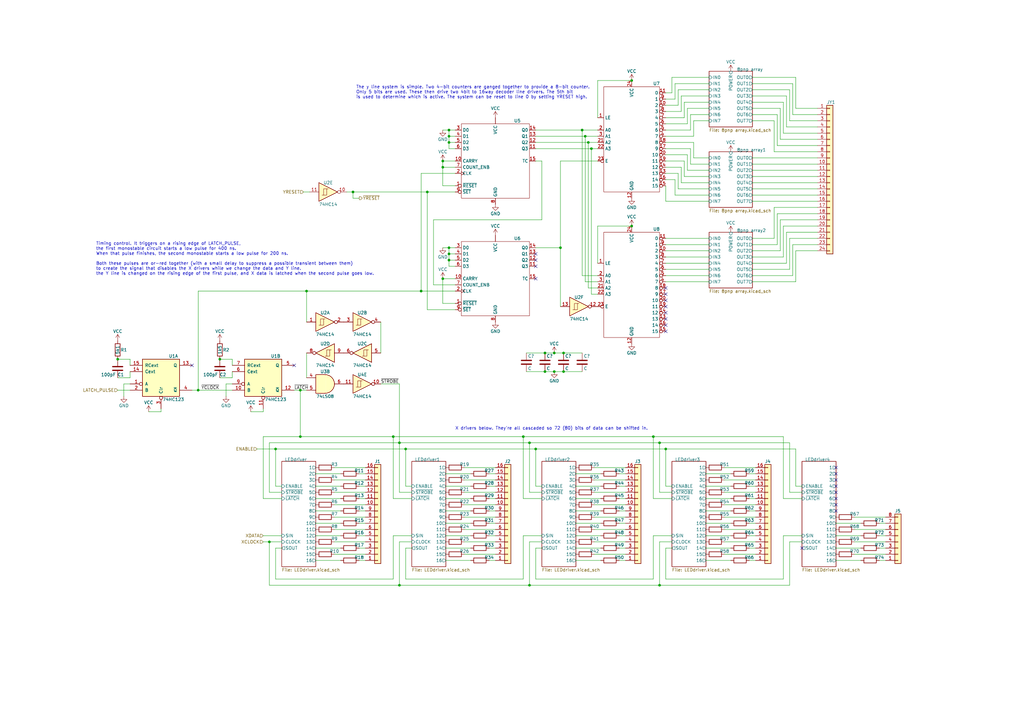
<source format=kicad_sch>
(kicad_sch (version 20211123) (generator eeschema)
  (paper "A3")
  (lib_symbols
    (symbol "74xx:74HC123" (pin_names (offset 1.016))
      (property "Reference" "U" (at -7.62 8.89 0))
      (property "Value" "74HC123" (at -7.62 -8.89 0))
      (symbol "74HC123_1_0"
        (pin input inverted (at -12.7 -2.54 0) (length 5.08) (name "A") (number "1"))
        (pin output line (at 12.7 5.08 180) (length 5.08) (name "Q") (number "13"))
        (pin input line (at -12.7 2.54 0) (length 5.08) (name "Cext") (number "14"))
        (pin input line (at -12.7 5.08 0) (length 5.08) (name "RCext") (number "15"))
        (pin input line (at -12.7 -5.08 0) (length 5.08) (name "B") (number "2"))
        (pin input inverted (at 0 -12.7 90) (length 5.08) (name "Clr") (number "3"))
        (pin output line (at 12.7 -5.08 180) (length 5.08) (name "~{Q}") (number "4"))
      )
      (symbol "74HC123_2_0"
        (pin input line (at -12.7 -5.08 0) (length 5.08) (name "B") (number "10"))
        (pin input inverted (at 0 -12.7 90) (length 5.08) (name "Clr") (number "11"))
        (pin output line (at 12.7 -5.08 180) (length 5.08) (name "~{Q}") (number "12"))
        (pin output line (at 12.7 5.08 180) (length 5.08) (name "Q") (number "5"))
        (pin input line (at -12.7 2.54 0) (length 5.08) (name "Cext") (number "6"))
        (pin input line (at -12.7 5.08 0) (length 5.08) (name "RCext") (number "7"))
        (pin input inverted (at -12.7 -2.54 0) (length 5.08) (name "A") (number "9"))
      )
      (symbol "74HC123_3_0"
        (pin power_in line (at 0 12.7 270) (length 5.08) (name "VCC") (number "16"))
        (pin power_in line (at 0 -12.7 90) (length 5.08) (name "GND") (number "8"))
      )
    )
    (symbol "74xx:74HC14" (pin_names (offset 1.016))
      (property "Reference" "U" (at 0 1.27 0))
      (property "Value" "74HC14" (at 0 -1.27 0))
      (symbol "74HC14_1_0"
        (pin input line (at -7.62 0 0) (length 3.81) (name "~") (number "1"))
        (pin output inverted (at 7.62 0 180) (length 3.81) (name "~") (number "2"))
      )
      (symbol "74HC14_2_0"
        (pin input line (at -7.62 0 0) (length 3.81) (name "~") (number "3"))
        (pin output inverted (at 7.62 0 180) (length 3.81) (name "~") (number "4"))
      )
      (symbol "74HC14_3_0"
        (pin input line (at -7.62 0 0) (length 3.81) (name "~") (number "5"))
        (pin output inverted (at 7.62 0 180) (length 3.81) (name "~") (number "6"))
      )
      (symbol "74HC14_4_0"
        (pin output inverted (at 7.62 0 180) (length 3.81) (name "~") (number "8"))
        (pin input line (at -7.62 0 0) (length 3.81) (name "~") (number "9"))
      )
      (symbol "74HC14_5_0"
        (pin output inverted (at 7.62 0 180) (length 3.81) (name "~") (number "10"))
        (pin input line (at -7.62 0 0) (length 3.81) (name "~") (number "11"))
      )
      (symbol "74HC14_6_0"
        (pin output inverted (at 7.62 0 180) (length 3.81) (name "~") (number "12"))
        (pin input line (at -7.62 0 0) (length 3.81) (name "~") (number "13"))
      )
      (symbol "74HC14_7_0"
        (pin power_in line (at 0 12.7 270) (length 5.08) (name "VCC") (number "14"))
        (pin power_in line (at 0 -12.7 90) (length 5.08) (name "GND") (number "7"))
      )
    )
    (symbol "74xx:74LS08" (pin_names (offset 1.016))
      (property "Reference" "U" (at 0 1.27 0))
      (property "Value" "74LS08" (at 0 -1.27 0))
      (symbol "74LS08_1_1"
        (pin input line (at -7.62 2.54 0) (length 3.81) (name "~") (number "1"))
        (pin input line (at -7.62 -2.54 0) (length 3.81) (name "~") (number "2"))
        (pin output line (at 7.62 0 180) (length 3.81) (name "~") (number "3"))
      )
      (symbol "74LS08_1_2"
        (pin input inverted (at -7.62 2.54 0) (length 4.318) (name "~") (number "1"))
        (pin input inverted (at -7.62 -2.54 0) (length 4.318) (name "~") (number "2"))
        (pin output inverted (at 7.62 0 180) (length 3.81) (name "~") (number "3"))
      )
      (symbol "74LS08_2_1"
        (pin input line (at -7.62 2.54 0) (length 3.81) (name "~") (number "4"))
        (pin input line (at -7.62 -2.54 0) (length 3.81) (name "~") (number "5"))
        (pin output line (at 7.62 0 180) (length 3.81) (name "~") (number "6"))
      )
      (symbol "74LS08_2_2"
        (pin input inverted (at -7.62 2.54 0) (length 4.318) (name "~") (number "4"))
        (pin input inverted (at -7.62 -2.54 0) (length 4.318) (name "~") (number "5"))
        (pin output inverted (at 7.62 0 180) (length 3.81) (name "~") (number "6"))
      )
      (symbol "74LS08_3_1"
        (pin input line (at -7.62 -2.54 0) (length 3.81) (name "~") (number "10"))
        (pin output line (at 7.62 0 180) (length 3.81) (name "~") (number "8"))
        (pin input line (at -7.62 2.54 0) (length 3.81) (name "~") (number "9"))
      )
      (symbol "74LS08_3_2"
        (pin input inverted (at -7.62 -2.54 0) (length 4.318) (name "~") (number "10"))
        (pin output inverted (at 7.62 0 180) (length 3.81) (name "~") (number "8"))
        (pin input inverted (at -7.62 2.54 0) (length 4.318) (name "~") (number "9"))
      )
      (symbol "74LS08_4_1"
        (pin output line (at 7.62 0 180) (length 3.81) (name "~") (number "11"))
        (pin input line (at -7.62 2.54 0) (length 3.81) (name "~") (number "12"))
        (pin input line (at -7.62 -2.54 0) (length 3.81) (name "~") (number "13"))
      )
      (symbol "74LS08_4_2"
        (pin output inverted (at 7.62 0 180) (length 3.81) (name "~") (number "11"))
        (pin input inverted (at -7.62 2.54 0) (length 4.318) (name "~") (number "12"))
        (pin input inverted (at -7.62 -2.54 0) (length 4.318) (name "~") (number "13"))
      )
      (symbol "74LS08_5_0"
        (pin power_in line (at 0 12.7 270) (length 5.08) (name "VCC") (number "14"))
        (pin power_in line (at 0 -12.7 90) (length 5.08) (name "GND") (number "7"))
      )
    )
    (symbol "Connector_Generic:Conn_01x08" (pin_names (offset 1.016) hide)
      (property "Reference" "J" (at 0 10.16 0))
      (property "Value" "Conn_01x08" (at 0 -12.7 0))
      (symbol "Conn_01x08_1_1"
        (pin passive line (at -5.08 7.62 0) (length 3.81) (name "Pin_1") (number "1"))
        (pin passive line (at -5.08 5.08 0) (length 3.81) (name "Pin_2") (number "2"))
        (pin passive line (at -5.08 2.54 0) (length 3.81) (name "Pin_3") (number "3"))
        (pin passive line (at -5.08 0 0) (length 3.81) (name "Pin_4") (number "4"))
        (pin passive line (at -5.08 -2.54 0) (length 3.81) (name "Pin_5") (number "5"))
        (pin passive line (at -5.08 -5.08 0) (length 3.81) (name "Pin_6") (number "6"))
        (pin passive line (at -5.08 -7.62 0) (length 3.81) (name "Pin_7") (number "7"))
        (pin passive line (at -5.08 -10.16 0) (length 3.81) (name "Pin_8") (number "8"))
      )
    )
    (symbol "Connector_Generic:Conn_01x16" (pin_names (offset 1.016) hide)
      (property "Reference" "J" (at 0 20.32 0))
      (property "Value" "Conn_01x16" (at 0 -22.86 0))
      (symbol "Conn_01x16_1_1"
        (pin passive line (at -5.08 17.78 0) (length 3.81) (name "Pin_1") (number "1"))
        (pin passive line (at -5.08 -5.08 0) (length 3.81) (name "Pin_10") (number "10"))
        (pin passive line (at -5.08 -7.62 0) (length 3.81) (name "Pin_11") (number "11"))
        (pin passive line (at -5.08 -10.16 0) (length 3.81) (name "Pin_12") (number "12"))
        (pin passive line (at -5.08 -12.7 0) (length 3.81) (name "Pin_13") (number "13"))
        (pin passive line (at -5.08 -15.24 0) (length 3.81) (name "Pin_14") (number "14"))
        (pin passive line (at -5.08 -17.78 0) (length 3.81) (name "Pin_15") (number "15"))
        (pin passive line (at -5.08 -20.32 0) (length 3.81) (name "Pin_16") (number "16"))
        (pin passive line (at -5.08 15.24 0) (length 3.81) (name "Pin_2") (number "2"))
        (pin passive line (at -5.08 12.7 0) (length 3.81) (name "Pin_3") (number "3"))
        (pin passive line (at -5.08 10.16 0) (length 3.81) (name "Pin_4") (number "4"))
        (pin passive line (at -5.08 7.62 0) (length 3.81) (name "Pin_5") (number "5"))
        (pin passive line (at -5.08 5.08 0) (length 3.81) (name "Pin_6") (number "6"))
        (pin passive line (at -5.08 2.54 0) (length 3.81) (name "Pin_7") (number "7"))
        (pin passive line (at -5.08 0 0) (length 3.81) (name "Pin_8") (number "8"))
        (pin passive line (at -5.08 -2.54 0) (length 3.81) (name "Pin_9") (number "9"))
      )
    )
    (symbol "Connector_Generic:Conn_01x24" (pin_names (offset 1.016) hide)
      (property "Reference" "J" (at 0 30.48 0))
      (property "Value" "Conn_01x24" (at 0 -33.02 0))
      (symbol "Conn_01x24_1_1"
        (pin passive line (at -5.08 27.94 0) (length 3.81) (name "Pin_1") (number "1"))
        (pin passive line (at -5.08 5.08 0) (length 3.81) (name "Pin_10") (number "10"))
        (pin passive line (at -5.08 2.54 0) (length 3.81) (name "Pin_11") (number "11"))
        (pin passive line (at -5.08 0 0) (length 3.81) (name "Pin_12") (number "12"))
        (pin passive line (at -5.08 -2.54 0) (length 3.81) (name "Pin_13") (number "13"))
        (pin passive line (at -5.08 -5.08 0) (length 3.81) (name "Pin_14") (number "14"))
        (pin passive line (at -5.08 -7.62 0) (length 3.81) (name "Pin_15") (number "15"))
        (pin passive line (at -5.08 -10.16 0) (length 3.81) (name "Pin_16") (number "16"))
        (pin passive line (at -5.08 -12.7 0) (length 3.81) (name "Pin_17") (number "17"))
        (pin passive line (at -5.08 -15.24 0) (length 3.81) (name "Pin_18") (number "18"))
        (pin passive line (at -5.08 -17.78 0) (length 3.81) (name "Pin_19") (number "19"))
        (pin passive line (at -5.08 25.4 0) (length 3.81) (name "Pin_2") (number "2"))
        (pin passive line (at -5.08 -20.32 0) (length 3.81) (name "Pin_20") (number "20"))
        (pin passive line (at -5.08 -22.86 0) (length 3.81) (name "Pin_21") (number "21"))
        (pin passive line (at -5.08 -25.4 0) (length 3.81) (name "Pin_22") (number "22"))
        (pin passive line (at -5.08 -27.94 0) (length 3.81) (name "Pin_23") (number "23"))
        (pin passive line (at -5.08 -30.48 0) (length 3.81) (name "Pin_24") (number "24"))
        (pin passive line (at -5.08 22.86 0) (length 3.81) (name "Pin_3") (number "3"))
        (pin passive line (at -5.08 20.32 0) (length 3.81) (name "Pin_4") (number "4"))
        (pin passive line (at -5.08 17.78 0) (length 3.81) (name "Pin_5") (number "5"))
        (pin passive line (at -5.08 15.24 0) (length 3.81) (name "Pin_6") (number "6"))
        (pin passive line (at -5.08 12.7 0) (length 3.81) (name "Pin_7") (number "7"))
        (pin passive line (at -5.08 10.16 0) (length 3.81) (name "Pin_8") (number "8"))
        (pin passive line (at -5.08 7.62 0) (length 3.81) (name "Pin_9") (number "9"))
      )
    )
    (symbol "Device:C" (pin_numbers hide) (pin_names (offset 0.254))
      (property "Reference" "C" (at 0.635 2.54 0))
      (property "Value" "C" (at 0.635 -2.54 0))
      (symbol "C_1_1"
        (pin passive line (at 0 3.81 270) (length 2.794) (name "~") (number "1"))
        (pin passive line (at 0 -3.81 90) (length 2.794) (name "~") (number "2"))
      )
    )
    (symbol "Device:R" (pin_numbers hide) (pin_names (offset 0))
      (property "Reference" "R" (at 2.032 0 90))
      (property "Value" "R" (at 0 0 90))
      (symbol "R_1_1"
        (pin passive line (at 0 3.81 270) (length 1.27) (name "~") (number "1"))
        (pin passive line (at 0 -3.81 90) (length 1.27) (name "~") (number "2"))
      )
    )
    (symbol "ledmatrix:74HC163"
      (property "Reference" "U" (at 8.89 16.51 0))
      (property "Value" "74HC163" (at 5.08 -16.51 0))
      (symbol "74HC163_1_1"
        (pin power_in line (at 0 17.78 270) (length 2.54) (name "VCC") (number ""))
        (pin input inverted (at -16.51 -10.16 0) (length 2.54) (name "~{RESET}") (number "1"))
        (pin input line (at -16.51 0 0) (length 2.54) (name "CARRY") (number "10"))
        (pin output line (at 16.51 5.08 180) (length 2.54) (name "Q3") (number "11"))
        (pin output line (at 16.51 7.62 180) (length 2.54) (name "Q2") (number "12"))
        (pin output line (at 16.51 10.16 180) (length 2.54) (name "Q1") (number "13"))
        (pin output line (at 16.51 12.7 180) (length 2.54) (name "Q0") (number "14"))
        (pin output line (at 16.51 0 180) (length 2.54) (name "TC") (number "15"))
        (pin input clock (at -16.51 -5.08 0) (length 2.54) (name "CLK") (number "2"))
        (pin input line (at -16.51 12.7 0) (length 2.54) (name "D0") (number "3"))
        (pin input line (at -16.51 10.16 0) (length 2.54) (name "D1") (number "4"))
        (pin input line (at -16.51 7.62 0) (length 2.54) (name "D2") (number "5"))
        (pin input line (at -16.51 5.08 0) (length 2.54) (name "D3") (number "6"))
        (pin input line (at -16.51 -2.54 0) (length 2.54) (name "COUNT_ENB") (number "7"))
        (pin power_in line (at 0 -17.78 90) (length 2.54) (name "GND") (number "8"))
        (pin input inverted (at -16.51 -12.7 0) (length 2.54) (name "~{SET}") (number "9"))
      )
    )
    (symbol "ledmatrix:74HC4515"
      (property "Reference" "U" (at 8.89 22.86 0))
      (property "Value" "74HC4515" (at 6.35 -22.86 0))
      (symbol "74HC4515_1_1"
        (pin input line (at -13.97 8.89 0) (length 2.54) (name "LE") (number "1"))
        (pin output inverted (at 13.97 13.97 180) (length 2.54) (name "2") (number "10"))
        (pin output inverted (at 13.97 19.05 180) (length 2.54) (name "0") (number "11"))
        (pin power_in line (at 0 -24.13 90) (length 2.54) (name "GND") (number "12"))
        (pin output inverted (at 13.97 -13.97 180) (length 2.54) (name "13") (number "13"))
        (pin output inverted (at 13.97 -11.43 180) (length 2.54) (name "12") (number "14"))
        (pin output inverted (at 13.97 -19.05 180) (length 2.54) (name "15") (number "15"))
        (pin output inverted (at 13.97 -16.51 180) (length 2.54) (name "14") (number "16"))
        (pin output inverted (at 13.97 -3.81 180) (length 2.54) (name "9") (number "17"))
        (pin output inverted (at 13.97 -1.27 180) (length 2.54) (name "8") (number "18"))
        (pin output inverted (at 13.97 -8.89 180) (length 2.54) (name "11") (number "19"))
        (pin input line (at -13.97 3.81 0) (length 2.54) (name "A0") (number "2"))
        (pin output inverted (at 13.97 -6.35 180) (length 2.54) (name "10") (number "20"))
        (pin input line (at -13.97 -1.27 0) (length 2.54) (name "A2") (number "21"))
        (pin input line (at -13.97 -3.81 0) (length 2.54) (name "A3") (number "22"))
        (pin input inverted (at -13.97 -8.89 0) (length 2.54) (name "E") (number "23"))
        (pin power_in line (at 0 24.13 270) (length 2.54) (name "VCC") (number "24"))
        (pin input line (at -13.97 1.27 0) (length 2.54) (name "A1") (number "3"))
        (pin output inverted (at 13.97 1.27 180) (length 2.54) (name "7") (number "4"))
        (pin output inverted (at 13.97 3.81 180) (length 2.54) (name "6") (number "5"))
        (pin output inverted (at 13.97 6.35 180) (length 2.54) (name "5") (number "6"))
        (pin output inverted (at 13.97 8.89 180) (length 2.54) (name "4") (number "7"))
        (pin output inverted (at 13.97 11.43 180) (length 2.54) (name "3") (number "8"))
        (pin output inverted (at 13.97 16.51 180) (length 2.54) (name "1") (number "9"))
      )
    )
    (symbol "power:GND" (power) (pin_names (offset 0))
      (property "Value" "GND" (at 0 -3.81 0))
      (symbol "GND_1_1"
        (pin power_in line (at 0 0 270) (length 0) hide (name "GND") (number "1"))
      )
    )
    (symbol "power:VCC" (power) (pin_names (offset 0))
      (property "Value" "VCC" (at 0 3.81 0))
      (symbol "VCC_1_1"
        (pin power_in line (at 0 0 90) (length 0) hide (name "VCC") (number "1"))
      )
    )
  )
  (junction (at 270.51 181.61))
  (junction (at 48.26 147.32))
  (junction (at 166.37 184.15))
  (junction (at 110.49 222.25))
  (junction (at 184.15 104.14))
  (junction (at 181.61 66.04))
  (junction (at 270.51 240.03))
  (junction (at 161.29 179.07))
  (junction (at 217.17 240.03))
  (junction (at 184.15 58.42))
  (junction (at 144.78 78.74))
  (junction (at 163.83 240.03))
  (junction (at 175.26 78.74))
  (junction (at 229.87 101.6))
  (junction (at 172.72 119.38))
  (junction (at 125.73 119.38))
  (junction (at 181.61 114.3))
  (junction (at 90.17 147.32))
  (junction (at 231.14 152.4))
  (junction (at 223.52 152.4))
  (junction (at 223.52 144.78))
  (junction (at 113.03 184.15))
  (junction (at 181.61 68.58))
  (junction (at 273.05 184.15))
  (junction (at 184.15 53.34))
  (junction (at 227.33 152.4))
  (junction (at 219.71 184.15))
  (junction (at 184.15 101.6))
  (junction (at 123.19 179.07))
  (junction (at 184.15 106.68))
  (junction (at 259.08 33.02))
  (junction (at 81.28 160.02))
  (junction (at 163.83 181.61))
  (junction (at 241.3 58.42))
  (junction (at 267.97 179.07))
  (junction (at 184.15 55.88))
  (junction (at 214.63 179.07))
  (junction (at 240.03 55.88))
  (junction (at 123.19 160.02))
  (junction (at 242.57 60.96))
  (junction (at 227.33 144.78))
  (junction (at 217.17 181.61))
  (junction (at 231.14 144.78))
  (junction (at 259.08 92.71))
  (junction (at 238.76 53.34))
  (no_connect (at 328.93 224.79))
  (no_connect (at 78.74 149.86))
  (no_connect (at 273.05 125.73))
  (no_connect (at 273.05 123.19))
  (no_connect (at 273.05 120.65))
  (no_connect (at 273.05 118.11))
  (no_connect (at 273.05 135.89))
  (no_connect (at 273.05 133.35))
  (no_connect (at 273.05 130.81))
  (no_connect (at 273.05 128.27))
  (no_connect (at 342.9 209.55))
  (no_connect (at 342.9 201.93))
  (no_connect (at 342.9 204.47))
  (no_connect (at 342.9 207.01))
  (no_connect (at 342.9 191.77))
  (no_connect (at 342.9 199.39))
  (no_connect (at 342.9 196.85))
  (no_connect (at 342.9 194.31))
  (no_connect (at 219.71 106.68))
  (no_connect (at 219.71 114.3))
  (no_connect (at 219.71 109.22))
  (no_connect (at 219.71 104.14))
  (no_connect (at 120.65 149.86))
  (wire (pts (xy 278.13 77.47) (xy 290.83 77.47)))
  (wire (pts (xy 242.57 60.96) (xy 242.57 120.65)))
  (wire (pts (xy 283.21 46.99) (xy 283.21 53.34)))
  (wire (pts (xy 297.18 212.09) (xy 309.88 212.09)))
  (wire (pts (xy 166.37 184.15) (xy 166.37 199.39)))
  (wire (pts (xy 236.22 209.55) (xy 246.38 209.55)))
  (wire (pts (xy 177.8 90.17) (xy 177.8 116.84)))
  (wire (pts (xy 360.68 224.79) (xy 363.22 224.79)))
  (wire (pts (xy 279.4 39.37) (xy 290.83 39.37)))
  (wire (pts (xy 243.84 201.93) (xy 256.54 201.93)))
  (wire (pts (xy 238.76 53.34) (xy 245.11 53.34)))
  (wire (pts (xy 308.61 113.03) (xy 325.12 113.03)))
  (wire (pts (xy 240.03 55.88) (xy 240.03 115.57)))
  (wire (pts (xy 129.54 204.47) (xy 139.7 204.47)))
  (wire (pts (xy 182.88 209.55) (xy 193.04 209.55)))
  (wire (pts (xy 321.31 105.41) (xy 308.61 105.41)))
  (wire (pts (xy 95.25 147.32) (xy 95.25 149.86)))
  (wire (pts (xy 335.28 102.87) (xy 326.39 102.87)))
  (wire (pts (xy 219.71 184.15) (xy 219.71 199.39)))
  (wire (pts (xy 322.58 39.37) (xy 322.58 52.07)))
  (wire (pts (xy 273.05 97.79) (xy 290.83 97.79)))
  (wire (pts (xy 223.52 144.78) (xy 215.9 144.78)))
  (wire (pts (xy 307.34 219.71) (xy 309.88 219.71)))
  (wire (pts (xy 278.13 71.12) (xy 278.13 77.47)))
  (wire (pts (xy 283.21 67.31) (xy 283.21 60.96)))
  (wire (pts (xy 184.15 106.68) (xy 186.69 106.68)))
  (wire (pts (xy 219.71 53.34) (xy 238.76 53.34)))
  (wire (pts (xy 200.66 204.47) (xy 203.2 204.47)))
  (wire (pts (xy 110.49 181.61) (xy 110.49 201.93)))
  (wire (pts (xy 200.66 219.71) (xy 203.2 219.71)))
  (wire (pts (xy 129.54 209.55) (xy 139.7 209.55)))
  (wire (pts (xy 308.61 64.77) (xy 335.28 64.77)))
  (wire (pts (xy 273.05 50.8) (xy 281.94 50.8)))
  (wire (pts (xy 182.88 224.79) (xy 193.04 224.79)))
  (wire (pts (xy 125.73 144.78) (xy 125.73 154.94)))
  (wire (pts (xy 350.52 227.33) (xy 363.22 227.33)))
  (wire (pts (xy 308.61 67.31) (xy 335.28 67.31)))
  (wire (pts (xy 107.95 204.47) (xy 107.95 179.07)))
  (wire (pts (xy 276.86 73.66) (xy 276.86 80.01)))
  (wire (pts (xy 190.5 191.77) (xy 203.2 191.77)))
  (wire (pts (xy 163.83 157.48) (xy 163.83 181.61)))
  (wire (pts (xy 350.52 212.09) (xy 363.22 212.09)))
  (wire (pts (xy 163.83 201.93) (xy 163.83 181.61)))
  (wire (pts (xy 308.61 31.75) (xy 326.39 31.75)))
  (wire (pts (xy 181.61 66.04) (xy 186.69 66.04)))
  (wire (pts (xy 181.61 66.04) (xy 181.61 68.58)))
  (wire (pts (xy 321.31 54.61) (xy 335.28 54.61)))
  (wire (pts (xy 254 214.63) (xy 256.54 214.63)))
  (wire (pts (xy 163.83 240.03) (xy 163.83 222.25)))
  (wire (pts (xy 190.5 207.01) (xy 203.2 207.01)))
  (wire (pts (xy 342.9 214.63) (xy 353.06 214.63)))
  (wire (pts (xy 48.26 147.32) (xy 53.34 147.32)))
  (wire (pts (xy 186.69 109.22) (xy 184.15 109.22)))
  (wire (pts (xy 323.85 49.53) (xy 335.28 49.53)))
  (wire (pts (xy 161.29 179.07) (xy 214.63 179.07)))
  (wire (pts (xy 273.05 224.79) (xy 273.05 237.49)))
  (wire (pts (xy 147.32 224.79) (xy 149.86 224.79)))
  (wire (pts (xy 81.28 119.38) (xy 81.28 160.02)))
  (wire (pts (xy 229.87 125.73) (xy 229.87 101.6)))
  (wire (pts (xy 115.57 199.39) (xy 113.03 199.39)))
  (wire (pts (xy 129.54 224.79) (xy 139.7 224.79)))
  (wire (pts (xy 60.96 168.91) (xy 66.04 168.91)))
  (wire (pts (xy 115.57 204.47) (xy 107.95 204.47)))
  (wire (pts (xy 186.69 53.34) (xy 184.15 53.34)))
  (wire (pts (xy 273.05 76.2) (xy 273.05 82.55)))
  (wire (pts (xy 182.88 219.71) (xy 193.04 219.71)))
  (wire (pts (xy 190.5 217.17) (xy 203.2 217.17)))
  (wire (pts (xy 161.29 237.49) (xy 161.29 219.71)))
  (wire (pts (xy 236.22 204.47) (xy 246.38 204.47)))
  (wire (pts (xy 323.85 97.79) (xy 323.85 110.49)))
  (wire (pts (xy 137.16 196.85) (xy 149.86 196.85)))
  (wire (pts (xy 322.58 95.25) (xy 335.28 95.25)))
  (wire (pts (xy 284.48 64.77) (xy 290.83 64.77)))
  (wire (pts (xy 113.03 199.39) (xy 113.03 184.15)))
  (wire (pts (xy 308.61 49.53) (xy 317.5 49.53)))
  (wire (pts (xy 322.58 52.07) (xy 335.28 52.07)))
  (wire (pts (xy 222.25 66.04) (xy 222.25 90.17)))
  (wire (pts (xy 360.68 214.63) (xy 363.22 214.63)))
  (wire (pts (xy 307.34 229.87) (xy 309.88 229.87)))
  (wire (pts (xy 181.61 101.6) (xy 184.15 101.6)))
  (wire (pts (xy 172.72 119.38) (xy 186.69 119.38)))
  (wire (pts (xy 325.12 46.99) (xy 335.28 46.99)))
  (wire (pts (xy 107.95 219.71) (xy 115.57 219.71)))
  (wire (pts (xy 267.97 179.07) (xy 321.31 179.07)))
  (wire (pts (xy 273.05 199.39) (xy 275.59 199.39)))
  (wire (pts (xy 190.5 222.25) (xy 203.2 222.25)))
  (wire (pts (xy 243.84 227.33) (xy 256.54 227.33)))
  (wire (pts (xy 289.56 199.39) (xy 299.72 199.39)))
  (wire (pts (xy 227.33 152.4) (xy 223.52 152.4)))
  (wire (pts (xy 325.12 100.33) (xy 335.28 100.33)))
  (wire (pts (xy 279.4 68.58) (xy 279.4 74.93)))
  (wire (pts (xy 172.72 71.12) (xy 186.69 71.12)))
  (wire (pts (xy 308.61 41.91) (xy 321.31 41.91)))
  (wire (pts (xy 308.61 34.29) (xy 325.12 34.29)))
  (wire (pts (xy 360.68 229.87) (xy 363.22 229.87)))
  (wire (pts (xy 144.78 78.74) (xy 175.26 78.74)))
  (wire (pts (xy 90.17 147.32) (xy 95.25 147.32)))
  (wire (pts (xy 281.94 63.5) (xy 281.94 69.85)))
  (wire (pts (xy 270.51 201.93) (xy 270.51 181.61)))
  (wire (pts (xy 129.54 229.87) (xy 139.7 229.87)))
  (wire (pts (xy 321.31 237.49) (xy 321.31 219.71)))
  (wire (pts (xy 229.87 101.6) (xy 229.87 66.04)))
  (wire (pts (xy 238.76 53.34) (xy 238.76 113.03)))
  (wire (pts (xy 110.49 201.93) (xy 115.57 201.93)))
  (wire (pts (xy 297.18 227.33) (xy 309.88 227.33)))
  (wire (pts (xy 245.11 92.71) (xy 245.11 107.95)))
  (wire (pts (xy 289.56 209.55) (xy 299.72 209.55)))
  (wire (pts (xy 229.87 66.04) (xy 245.11 66.04)))
  (wire (pts (xy 123.19 160.02) (xy 123.19 179.07)))
  (wire (pts (xy 115.57 222.25) (xy 110.49 222.25)))
  (wire (pts (xy 318.77 87.63) (xy 318.77 100.33)))
  (wire (pts (xy 325.12 34.29) (xy 325.12 46.99)))
  (wire (pts (xy 223.52 152.4) (xy 215.9 152.4)))
  (wire (pts (xy 219.71 224.79) (xy 219.71 237.49)))
  (wire (pts (xy 227.33 144.78) (xy 223.52 144.78)))
  (wire (pts (xy 181.61 68.58) (xy 181.61 76.2)))
  (wire (pts (xy 144.78 81.28) (xy 147.32 81.28)))
  (wire (pts (xy 307.34 194.31) (xy 309.88 194.31)))
  (wire (pts (xy 137.16 191.77) (xy 149.86 191.77)))
  (wire (pts (xy 219.71 55.88) (xy 240.03 55.88)))
  (wire (pts (xy 166.37 184.15) (xy 219.71 184.15)))
  (wire (pts (xy 243.84 222.25) (xy 256.54 222.25)))
  (wire (pts (xy 147.32 229.87) (xy 149.86 229.87)))
  (wire (pts (xy 137.16 201.93) (xy 149.86 201.93)))
  (wire (pts (xy 280.67 41.91) (xy 280.67 48.26)))
  (wire (pts (xy 273.05 113.03) (xy 290.83 113.03)))
  (wire (pts (xy 283.21 53.34) (xy 273.05 53.34)))
  (wire (pts (xy 270.51 240.03) (xy 270.51 222.25)))
  (wire (pts (xy 267.97 204.47) (xy 275.59 204.47)))
  (wire (pts (xy 156.21 132.08) (xy 156.21 144.78)))
  (wire (pts (xy 273.05 102.87) (xy 290.83 102.87)))
  (wire (pts (xy 323.85 222.25) (xy 323.85 240.03)))
  (wire (pts (xy 107.95 222.25) (xy 110.49 222.25)))
  (wire (pts (xy 217.17 222.25) (xy 222.25 222.25)))
  (wire (pts (xy 222.25 90.17) (xy 177.8 90.17)))
  (wire (pts (xy 326.39 184.15) (xy 326.39 199.39)))
  (wire (pts (xy 254 229.87) (xy 256.54 229.87)))
  (wire (pts (xy 245.11 60.96) (xy 242.57 60.96)))
  (wire (pts (xy 279.4 45.72) (xy 279.4 39.37)))
  (wire (pts (xy 243.84 207.01) (xy 256.54 207.01)))
  (wire (pts (xy 320.04 90.17) (xy 335.28 90.17)))
  (wire (pts (xy 273.05 107.95) (xy 290.83 107.95)))
  (wire (pts (xy 308.61 36.83) (xy 323.85 36.83)))
  (wire (pts (xy 200.66 209.55) (xy 203.2 209.55)))
  (wire (pts (xy 289.56 224.79) (xy 299.72 224.79)))
  (wire (pts (xy 273.05 68.58) (xy 279.4 68.58)))
  (wire (pts (xy 241.3 58.42) (xy 241.3 118.11)))
  (wire (pts (xy 184.15 60.96) (xy 186.69 60.96)))
  (wire (pts (xy 113.03 224.79) (xy 113.03 237.49)))
  (wire (pts (xy 240.03 115.57) (xy 245.11 115.57)))
  (wire (pts (xy 243.84 212.09) (xy 256.54 212.09)))
  (wire (pts (xy 231.14 152.4) (xy 238.76 152.4)))
  (wire (pts (xy 113.03 184.15) (xy 166.37 184.15)))
  (wire (pts (xy 182.88 229.87) (xy 193.04 229.87)))
  (wire (pts (xy 254 209.55) (xy 256.54 209.55)))
  (wire (pts (xy 90.17 154.94) (xy 95.25 154.94)))
  (wire (pts (xy 125.73 119.38) (xy 81.28 119.38)))
  (wire (pts (xy 175.26 127) (xy 186.69 127)))
  (wire (pts (xy 219.71 184.15) (xy 273.05 184.15)))
  (wire (pts (xy 175.26 78.74) (xy 175.26 127)))
  (wire (pts (xy 259.08 92.71) (xy 245.11 92.71)))
  (wire (pts (xy 163.83 240.03) (xy 217.17 240.03)))
  (wire (pts (xy 279.4 74.93) (xy 290.83 74.93)))
  (wire (pts (xy 236.22 224.79) (xy 246.38 224.79)))
  (wire (pts (xy 297.18 201.93) (xy 309.88 201.93)))
  (wire (pts (xy 200.66 229.87) (xy 203.2 229.87)))
  (wire (pts (xy 275.59 38.1) (xy 275.59 31.75)))
  (wire (pts (xy 308.61 80.01) (xy 335.28 80.01)))
  (wire (pts (xy 175.26 78.74) (xy 186.69 78.74)))
  (wire (pts (xy 190.5 201.93) (xy 203.2 201.93)))
  (wire (pts (xy 245.11 55.88) (xy 240.03 55.88)))
  (wire (pts (xy 137.16 212.09) (xy 149.86 212.09)))
  (wire (pts (xy 276.86 80.01) (xy 290.83 80.01)))
  (wire (pts (xy 284.48 49.53) (xy 290.83 49.53)))
  (wire (pts (xy 81.28 160.02) (xy 95.25 160.02)))
  (wire (pts (xy 245.11 113.03) (xy 238.76 113.03)))
  (wire (pts (xy 273.05 184.15) (xy 273.05 199.39)))
  (wire (pts (xy 125.73 119.38) (xy 125.73 132.08)))
  (wire (pts (xy 281.94 44.45) (xy 290.83 44.45)))
  (wire (pts (xy 273.05 115.57) (xy 290.83 115.57)))
  (wire (pts (xy 231.14 152.4) (xy 227.33 152.4)))
  (wire (pts (xy 308.61 77.47) (xy 335.28 77.47)))
  (wire (pts (xy 323.85 240.03) (xy 270.51 240.03)))
  (wire (pts (xy 92.71 157.48) (xy 95.25 157.48)))
  (wire (pts (xy 214.63 219.71) (xy 222.25 219.71)))
  (wire (pts (xy 236.22 214.63) (xy 246.38 214.63)))
  (wire (pts (xy 273.05 237.49) (xy 321.31 237.49)))
  (wire (pts (xy 254 194.31) (xy 256.54 194.31)))
  (wire (pts (xy 147.32 219.71) (xy 149.86 219.71)))
  (wire (pts (xy 280.67 66.04) (xy 273.05 66.04)))
  (wire (pts (xy 323.85 201.93) (xy 323.85 181.61)))
  (wire (pts (xy 78.74 160.02) (xy 81.28 160.02)))
  (wire (pts (xy 290.83 46.99) (xy 283.21 46.99)))
  (wire (pts (xy 137.16 222.25) (xy 149.86 222.25)))
  (wire (pts (xy 281.94 50.8) (xy 281.94 44.45)))
  (wire (pts (xy 283.21 60.96) (xy 273.05 60.96)))
  (wire (pts (xy 48.26 154.94) (xy 53.34 154.94)))
  (wire (pts (xy 270.51 222.25) (xy 275.59 222.25)))
  (wire (pts (xy 214.63 204.47) (xy 222.25 204.47)))
  (wire (pts (xy 318.77 46.99) (xy 318.77 59.69)))
  (wire (pts (xy 214.63 237.49) (xy 214.63 219.71)))
  (wire (pts (xy 280.67 72.39) (xy 280.67 66.04)))
  (wire (pts (xy 317.5 85.09) (xy 335.28 85.09)))
  (wire (pts (xy 107.95 179.07) (xy 123.19 179.07)))
  (wire (pts (xy 317.5 97.79) (xy 317.5 85.09)))
  (wire (pts (xy 219.71 101.6) (xy 229.87 101.6)))
  (wire (pts (xy 219.71 237.49) (xy 267.97 237.49)))
  (wire (pts (xy 297.18 222.25) (xy 309.88 222.25)))
  (wire (pts (xy 182.88 204.47) (xy 193.04 204.47)))
  (wire (pts (xy 219.71 66.04) (xy 222.25 66.04)))
  (wire (pts (xy 321.31 179.07) (xy 321.31 204.47)))
  (wire (pts (xy 236.22 219.71) (xy 246.38 219.71)))
  (wire (pts (xy 163.83 181.61) (xy 217.17 181.61)))
  (wire (pts (xy 267.97 219.71) (xy 275.59 219.71)))
  (wire (pts (xy 273.05 110.49) (xy 290.83 110.49)))
  (wire (pts (xy 102.87 168.91) (xy 107.95 168.91)))
  (wire (pts (xy 181.61 53.34) (xy 184.15 53.34)))
  (wire (pts (xy 166.37 224.79) (xy 166.37 237.49)))
  (wire (pts (xy 200.66 224.79) (xy 203.2 224.79)))
  (wire (pts (xy 270.51 240.03) (xy 217.17 240.03)))
  (wire (pts (xy 177.8 116.84) (xy 186.69 116.84)))
  (wire (pts (xy 273.05 38.1) (xy 275.59 38.1)))
  (wire (pts (xy 267.97 237.49) (xy 267.97 219.71)))
  (wire (pts (xy 273.05 82.55) (xy 290.83 82.55)))
  (wire (pts (xy 242.57 120.65) (xy 245.11 120.65)))
  (wire (pts (xy 181.61 76.2) (xy 186.69 76.2)))
  (wire (pts (xy 273.05 45.72) (xy 279.4 45.72)))
  (wire (pts (xy 308.61 97.79) (xy 317.5 97.79)))
  (wire (pts (xy 289.56 194.31) (xy 299.72 194.31)))
  (wire (pts (xy 308.61 39.37) (xy 322.58 39.37)))
  (wire (pts (xy 219.71 60.96) (xy 242.57 60.96)))
  (wire (pts (xy 172.72 119.38) (xy 125.73 119.38)))
  (wire (pts (xy 190.5 212.09) (xy 203.2 212.09)))
  (wire (pts (xy 181.61 124.46) (xy 186.69 124.46)))
  (wire (pts (xy 273.05 63.5) (xy 281.94 63.5)))
  (wire (pts (xy 184.15 104.14) (xy 184.15 106.68)))
  (wire (pts (xy 289.56 204.47) (xy 299.72 204.47)))
  (wire (pts (xy 308.61 102.87) (xy 320.04 102.87)))
  (wire (pts (xy 270.51 181.61) (xy 323.85 181.61)))
  (wire (pts (xy 214.63 179.07) (xy 267.97 179.07)))
  (wire (pts (xy 147.32 199.39) (xy 149.86 199.39)))
  (wire (pts (xy 273.05 100.33) (xy 290.83 100.33)))
  (wire (pts (xy 326.39 199.39) (xy 328.93 199.39)))
  (wire (pts (xy 184.15 106.68) (xy 184.15 109.22)))
  (wire (pts (xy 243.84 217.17) (xy 256.54 217.17)))
  (wire (pts (xy 275.59 224.79) (xy 273.05 224.79)))
  (wire (pts (xy 290.83 36.83) (xy 278.13 36.83)))
  (wire (pts (xy 308.61 82.55) (xy 335.28 82.55)))
  (wire (pts (xy 181.61 114.3) (xy 181.61 124.46)))
  (wire (pts (xy 335.28 87.63) (xy 318.77 87.63)))
  (wire (pts (xy 318.77 100.33) (xy 308.61 100.33)))
  (wire (pts (xy 307.34 204.47) (xy 309.88 204.47)))
  (wire (pts (xy 168.91 201.93) (xy 163.83 201.93)))
  (wire (pts (xy 322.58 107.95) (xy 322.58 95.25)))
  (wire (pts (xy 245.11 118.11) (xy 241.3 118.11)))
  (wire (pts (xy 321.31 92.71) (xy 321.31 105.41)))
  (wire (pts (xy 129.54 199.39) (xy 139.7 199.39)))
  (wire (pts (xy 280.67 48.26) (xy 273.05 48.26)))
  (wire (pts (xy 241.3 58.42) (xy 245.11 58.42)))
  (wire (pts (xy 297.18 207.01) (xy 309.88 207.01)))
  (wire (pts (xy 267.97 179.07) (xy 267.97 204.47)))
  (wire (pts (xy 168.91 224.79) (xy 166.37 224.79)))
  (wire (pts (xy 161.29 204.47) (xy 168.91 204.47)))
  (wire (pts (xy 190.5 196.85) (xy 203.2 196.85)))
  (wire (pts (xy 181.61 114.3) (xy 186.69 114.3)))
  (wire (pts (xy 184.15 55.88) (xy 184.15 58.42)))
  (wire (pts (xy 110.49 222.25) (xy 110.49 240.03)))
  (wire (pts (xy 200.66 214.63) (xy 203.2 214.63)))
  (wire (pts (xy 326.39 44.45) (xy 335.28 44.45)))
  (wire (pts (xy 184.15 53.34) (xy 184.15 55.88)))
  (wire (pts (xy 317.5 49.53) (xy 317.5 62.23)))
  (wire (pts (xy 166.37 199.39) (xy 168.91 199.39)))
  (wire (pts (xy 245.11 33.02) (xy 245.11 48.26)))
  (wire (pts (xy 308.61 74.93) (xy 335.28 74.93)))
  (wire (pts (xy 53.34 147.32) (xy 53.34 149.86)))
  (wire (pts (xy 321.31 219.71) (xy 328.93 219.71)))
  (wire (pts (xy 342.9 229.87) (xy 353.06 229.87)))
  (wire (pts (xy 219.71 58.42) (xy 241.3 58.42)))
  (wire (pts (xy 107.95 168.91) (xy 107.95 167.64)))
  (wire (pts (xy 214.63 179.07) (xy 214.63 204.47)))
  (wire (pts (xy 222.25 224.79) (xy 219.71 224.79)))
  (wire (pts (xy 308.61 69.85) (xy 335.28 69.85)))
  (wire (pts (xy 200.66 194.31) (xy 203.2 194.31)))
  (wire (pts (xy 297.18 191.77) (xy 309.88 191.77)))
  (wire (pts (xy 231.14 144.78) (xy 238.76 144.78)))
  (wire (pts (xy 217.17 181.61) (xy 270.51 181.61)))
  (wire (pts (xy 66.04 168.91) (xy 66.04 167.64)))
  (wire (pts (xy 276.86 40.64) (xy 276.86 34.29)))
  (wire (pts (xy 161.29 179.07) (xy 161.29 204.47)))
  (wire (pts (xy 307.34 224.79) (xy 309.88 224.79)))
  (wire (pts (xy 231.14 144.78) (xy 227.33 144.78)))
  (wire (pts (xy 278.13 36.83) (xy 278.13 43.18)))
  (wire (pts (xy 335.28 92.71) (xy 321.31 92.71)))
  (wire (pts (xy 172.72 71.12) (xy 172.72 119.38)))
  (wire (pts (xy 273.05 40.64) (xy 276.86 40.64)))
  (wire (pts (xy 350.52 222.25) (xy 363.22 222.25)))
  (wire (pts (xy 190.5 227.33) (xy 203.2 227.33)))
  (wire (pts (xy 284.48 55.88) (xy 284.48 49.53)))
  (wire (pts (xy 335.28 97.79) (xy 323.85 97.79)))
  (wire (pts (xy 320.04 44.45) (xy 320.04 57.15)))
  (wire (pts (xy 182.88 214.63) (xy 193.04 214.63)))
  (wire (pts (xy 307.34 209.55) (xy 309.88 209.55)))
  (wire (pts (xy 326.39 31.75) (xy 326.39 44.45)))
  (wire (pts (xy 328.93 222.25) (xy 323.85 222.25)))
  (wire (pts (xy 120.65 160.02) (xy 123.19 160.02)))
  (wire (pts (xy 297.18 217.17) (xy 309.88 217.17)))
  (wire (pts (xy 129.54 194.31) (xy 139.7 194.31)))
  (wire (pts (xy 181.61 68.58) (xy 186.69 68.58)))
  (wire (pts (xy 243.84 191.77) (xy 256.54 191.77)))
  (wire (pts (xy 254 219.71) (xy 256.54 219.71)))
  (wire (pts (xy 284.48 58.42) (xy 284.48 64.77)))
  (wire (pts (xy 320.04 102.87) (xy 320.04 90.17)))
  (wire (pts (xy 307.34 214.63) (xy 309.88 214.63)))
  (wire (pts (xy 273.05 184.15) (xy 326.39 184.15)))
  (wire (pts (xy 273.05 105.41) (xy 290.83 105.41)))
  (wire (pts (xy 278.13 43.18) (xy 273.05 43.18)))
  (wire (pts (xy 115.57 224.79) (xy 113.03 224.79)))
  (wire (pts (xy 53.34 160.02) (xy 48.26 160.02)))
  (wire (pts (xy 184.15 58.42) (xy 184.15 60.96)))
  (wire (pts (xy 273.05 73.66) (xy 276.86 73.66)))
  (wire (pts (xy 350.52 217.17) (xy 363.22 217.17)))
  (wire (pts (xy 53.34 154.94) (xy 53.34 152.4)))
  (wire (pts (xy 200.66 199.39) (xy 203.2 199.39)))
  (wire (pts (xy 323.85 110.49) (xy 308.61 110.49)))
  (wire (pts (xy 308.61 46.99) (xy 318.77 46.99)))
  (wire (pts (xy 236.22 194.31) (xy 246.38 194.31)))
  (wire (pts (xy 275.59 201.93) (xy 270.51 201.93)))
  (wire (pts (xy 147.32 204.47) (xy 149.86 204.47)))
  (wire (pts (xy 217.17 201.93) (xy 222.25 201.93)))
  (wire (pts (xy 110.49 240.03) (xy 163.83 240.03)))
  (wire (pts (xy 360.68 219.71) (xy 363.22 219.71)))
  (wire (pts (xy 123.19 179.07) (xy 161.29 179.07)))
  (wire (pts (xy 276.86 34.29) (xy 290.83 34.29)))
  (wire (pts (xy 326.39 102.87) (xy 326.39 115.57)))
  (wire (pts (xy 289.56 229.87) (xy 299.72 229.87)))
  (wire (pts (xy 236.22 229.87) (xy 246.38 229.87)))
  (wire (pts (xy 156.21 157.48) (xy 163.83 157.48)))
  (wire (pts (xy 161.29 219.71) (xy 168.91 219.71)))
  (wire (pts (xy 321.31 41.91) (xy 321.31 54.61)))
  (wire (pts (xy 186.69 101.6) (xy 184.15 101.6)))
  (wire (pts (xy 123.19 160.02) (xy 125.73 160.02)))
  (wire (pts (xy 318.77 59.69) (xy 335.28 59.69)))
  (wire (pts (xy 137.16 207.01) (xy 149.86 207.01)))
  (wire (pts (xy 147.32 214.63) (xy 149.86 214.63)))
  (wire (pts (xy 113.03 237.49) (xy 161.29 237.49)))
  (wire (pts (xy 236.22 199.39) (xy 246.38 199.39)))
  (wire (pts (xy 182.88 199.39) (xy 193.04 199.39)))
  (wire (pts (xy 290.83 67.31) (xy 283.21 67.31)))
  (wire (pts (xy 124.46 78.74) (xy 127 78.74)))
  (wire (pts (xy 217.17 240.03) (xy 217.17 222.25)))
  (wire (pts (xy 166.37 237.49) (xy 214.63 237.49)))
  (wire (pts (xy 289.56 219.71) (xy 299.72 219.71)))
  (wire (pts (xy 290.83 41.91) (xy 280.67 41.91)))
  (wire (pts (xy 147.32 194.31) (xy 149.86 194.31)))
  (wire (pts (xy 273.05 58.42) (xy 284.48 58.42)))
  (wire (pts (xy 308.61 107.95) (xy 322.58 107.95)))
  (wire (pts (xy 147.32 209.55) (xy 149.86 209.55)))
  (wire (pts (xy 328.93 201.93) (xy 323.85 201.93)))
  (wire (pts (xy 137.16 227.33) (xy 149.86 227.33)))
  (wire (pts (xy 50.8 162.56) (xy 50.8 157.48)))
  (wire (pts (xy 50.8 157.48) (xy 53.34 157.48)))
  (wire (pts (xy 219.71 199.39) (xy 222.25 199.39)))
  (wire (pts (xy 92.71 157.48) (xy 92.71 162.56)))
  (wire (pts (xy 163.83 222.25) (xy 168.91 222.25)))
  (wire (pts (xy 289.56 214.63) (xy 299.72 214.63)))
  (wire (pts (xy 297.18 196.85) (xy 309.88 196.85)))
  (wire (pts (xy 254 224.79) (xy 256.54 224.79)))
  (wire (pts (xy 281.94 69.85) (xy 290.83 69.85)))
  (wire (pts (xy 105.41 184.15) (xy 113.03 184.15)))
  (wire (pts (xy 320.04 57.15) (xy 335.28 57.15)))
  (wire (pts (xy 184.15 58.42) (xy 186.69 58.42)))
  (wire (pts (xy 317.5 62.23) (xy 335.28 62.23)))
  (wire (pts (xy 308.61 44.45) (xy 320.04 44.45)))
  (wire (pts (xy 325.12 113.03) (xy 325.12 100.33)))
  (wire (pts (xy 184.15 55.88) (xy 186.69 55.88)))
  (wire (pts (xy 321.31 204.47) (xy 328.93 204.47)))
  (wire (pts (xy 308.61 72.39) (xy 335.28 72.39)))
  (wire (pts (xy 326.39 115.57) (xy 308.61 115.57)))
  (wire (pts (xy 275.59 31.75) (xy 290.83 31.75)))
  (wire (pts (xy 217.17 181.61) (xy 217.17 201.93)))
  (wire (pts (xy 290.83 72.39) (xy 280.67 72.39)))
  (wire (pts (xy 342.9 219.71) (xy 353.06 219.71)))
  (wire (pts (xy 259.08 33.02) (xy 245.11 33.02)))
  (wire (pts (xy 273.05 71.12) (xy 278.13 71.12)))
  (wire (pts (xy 163.83 181.61) (xy 110.49 181.61)))
  (wire (pts (xy 273.05 55.88) (xy 284.48 55.88)))
  (wire (pts (xy 142.24 78.74) (xy 144.78 78.74)))
  (wire (pts (xy 95.25 154.94) (xy 95.25 152.4)))
  (wire (pts (xy 254 204.47) (xy 256.54 204.47)))
  (wire (pts (xy 137.16 217.17) (xy 149.86 217.17)))
  (wire (pts (xy 129.54 219.71) (xy 139.7 219.71)))
  (wire (pts (xy 243.84 196.85) (xy 256.54 196.85)))
  (wire (pts (xy 254 199.39) (xy 256.54 199.39)))
  (wire (pts (xy 342.9 224.79) (xy 353.06 224.79)))
  (wire (pts (xy 129.54 214.63) (xy 139.7 214.63)))
  (wire (pts (xy 184.15 104.14) (xy 186.69 104.14)))
  (wire (pts (xy 307.34 199.39) (xy 309.88 199.39)))
  (wire (pts (xy 323.85 36.83) (xy 323.85 49.53)))
  (wire (pts (xy 182.88 194.31) (xy 193.04 194.31)))
  (wire (pts (xy 184.15 101.6) (xy 184.15 104.14)))
  (wire (pts (xy 144.78 78.74) (xy 144.78 81.28)))
  (text "X drivers below. They're all cascaded so 72 (80) bits of data can be shifted in." (at 186.69 176.53 0) (effects (font (size 1.27 1.27)) (justify left bottom)))
  (text "Timing control. It triggers on a rising edge of LATCH_PULSE,\nthe first monostable circuit starts a low pulse for 400 ns.\nWhen that pulse finishes, the second monostable starts a low pulse for 200 ns.\n\nBoth these pulses are or-red together (with a small delay to suppress a possible transient between them)\nto create the signal that disables the X drivers while we change the data and Y line.\nthe Y line is changed on the rising edge of the first pulse, and X data is latched when the second pulse goes low." (at 39.37 113.03 0) (effects (font (size 1.27 1.27)) (justify left bottom)))
  (text "The y line system is simple. Two 4-bit counters are ganged together to provide a 8-bit counter.\nOnly 5 bits are used. These then drive two 4bit to 16way decoder line drivers. The 5th bit\nis used to determine which is active. The system can be reset to line 0 by setting YRESET high." (at 146.05 40.64 0) (effects (font (size 1.27 1.27)) (justify left bottom)))
  (label "~{LATCH}" (at 120.65 160.02 0))
  (label "~{STROBE}" (at 156.21 157.48 0))
  (label "~{YCLOCK}" (at 82.55 160.02 0))
  (hierarchical_label "LATCH_PULSE" (shape input) (at 48.26 160.02 180))
  (hierarchical_label "ENABLE" (shape input) (at 105.41 184.15 180))
  (hierarchical_label "XCLOCK" (shape input) (at 107.95 222.25 180))
  (hierarchical_label "~{YRESET}" (shape output) (at 147.32 81.28 0))
  (hierarchical_label "YRESET" (shape input) (at 124.46 78.74 180))
  (hierarchical_label "XDATA" (shape input) (at 107.95 219.71 180))
  (symbol (lib_id "Device:R") (at 196.85 219.71 90) (unit 1)
    (property "Reference" "R32" (at 200.66 218.44 90))
  )
  (symbol (lib_id "Device:R") (at 303.53 224.79 90) (unit 1)
    (property "Reference" "R65" (at 307.34 223.52 90))
  )
  (symbol (lib_id "power:VCC") (at 48.26 139.7 0) (unit 1)
    (property "Reference" "#PWR0103" (effects hide))
    (property "Value" "VCC" (at 48.26 135.89 0))
  )
  (symbol (lib_id "Device:R") (at 293.37 201.93 90) (unit 1)
    (property "Reference" "R53" (at 297.18 200.66 90))
  )
  (symbol (lib_id "ledmatrix:74HC163") (at 203.2 114.3 0) (unit 1)
    (property "Reference" "U6" (at 210.82 97.79 0) (effects (justify left)))
  )
  (symbol (lib_id "ledmatrix:74HC4515") (at 259.08 116.84 0) (unit 1)
    (property "Reference" "U8" (at 269.24 93.98 0))
  )
  (symbol (lib_id "Device:R") (at 293.37 222.25 90) (unit 1)
    (property "Reference" "R57" (at 297.18 220.98 90))
  )
  (symbol (lib_id "power:GND") (at 203.2 132.08 0) (unit 1)
    (property "Reference" "#PWR0117" (effects hide))
  )
  (symbol (lib_id "ledmatrix:74HC4515") (at 259.08 57.15 0) (unit 1)
    (property "Reference" "U7" (at 269.24 34.29 0))
  )
  (symbol (lib_id "Device:C") (at 215.9 148.59 0) (unit 1)
    (property "Reference" "C?" (at 216.535 146.05 0) (effects (justify left)))
    (property "Value" "C" (at 216.535 151.13 0) (effects (justify left)))
  )
  (symbol (lib_id "Device:R") (at 196.85 194.31 90) (unit 1)
    (property "Reference" "R27" (at 200.66 193.04 90))
  )
  (symbol (lib_id "power:VCC") (at 90.17 139.7 0) (unit 1)
    (property "Reference" "#PWR0106" (effects hide))
    (property "Value" "VCC" (at 90.17 135.89 0))
  )
  (symbol (lib_id "Connector_Generic:Conn_01x08") (at 368.3 222.25 0) (mirror x) (unit 1)
    (property "Reference" "J5" (at 367.03 209.55 0) (effects (justify left)))
  )
  (symbol (lib_id "Connector_Generic:Conn_01x24") (at 340.36 72.39 0) (unit 1)
    (property "Reference" "JY1" (at 339.09 41.91 0) (effects (justify left)))
  )
  (symbol (lib_id "74xx:74HC14") (at 237.49 125.73 0) (unit 6)
    (property "Reference" "U2" (at 237.49 121.92 0))
    (property "Value" "74HC14" (at 237.49 130.81 0))
    (property "Datasheet" "http://www.ti.com/lit/gpn/sn74HC14" (effects hide))
  )
  (symbol (lib_id "power:GND") (at 181.61 101.6 0) (unit 1)
    (property "Reference" "#PWR0119" (effects hide))
  )
  (symbol (lib_id "Device:R") (at 90.17 143.51 180) (unit 1)
    (property "Reference" "R2" (at 92.71 143.51 0))
    (property "Value" "1k5" (at 90.17 143.51 90))
  )
  (symbol (lib_id "power:VCC") (at 299.72 29.21 0) (unit 1)
    (property "Reference" "#PWR0115" (effects hide))
  )
  (symbol (lib_id "Device:R") (at 303.53 219.71 90) (unit 1)
    (property "Reference" "R64" (at 307.34 218.44 90))
  )
  (symbol (lib_id "74xx:74HC14") (at 134.62 78.74 0) (unit 5)
    (property "Reference" "U2" (at 134.62 74.93 0))
    (property "Value" "74HC14" (at 134.62 83.82 0))
    (property "Datasheet" "http://www.ti.com/lit/gpn/sn74HC14" (effects hide))
  )
  (symbol (lib_id "Device:R") (at 143.51 219.71 90) (unit 1)
    (property "Reference" "R16" (at 147.32 218.44 90))
  )
  (symbol (lib_id "Device:R") (at 293.37 191.77 90) (unit 1)
    (property "Reference" "R51" (at 297.18 190.5 90))
  )
  (symbol (lib_id "Device:R") (at 293.37 207.01 90) (unit 1)
    (property "Reference" "R54" (at 297.18 205.74 90))
  )
  (symbol (lib_id "power:VCC") (at 60.96 168.91 0) (unit 1)
    (property "Reference" "#PWR0102" (effects hide))
    (property "Value" "VCC" (at 60.96 165.1 0))
  )
  (symbol (lib_id "Device:C") (at 238.76 148.59 0) (unit 1)
    (property "Reference" "C?" (at 239.395 146.05 0) (effects (justify left)))
    (property "Value" "C" (at 239.395 151.13 0) (effects (justify left)))
  )
  (symbol (lib_id "power:VCC") (at 259.08 33.02 0) (unit 1)
    (property "Reference" "#PWR0121" (effects hide))
  )
  (symbol (lib_id "74xx:74HC14") (at 148.59 157.48 0) (unit 5)
    (property "Reference" "U4" (at 148.59 153.67 0))
    (property "Value" "74HC14" (at 148.59 162.56 0))
    (property "Datasheet" "http://www.ti.com/lit/gpn/sn74HC14" (effects hide))
  )
  (symbol (lib_id "power:VCC") (at 299.72 95.25 0) (unit 1)
    (property "Reference" "#PWR0109" (effects hide))
  )
  (symbol (lib_id "Device:R") (at 196.85 229.87 90) (unit 1)
    (property "Reference" "R34" (at 200.66 228.6 90))
  )
  (symbol (lib_id "Device:R") (at 133.35 222.25 90) (unit 1)
    (property "Reference" "R9" (at 137.16 220.98 90))
  )
  (symbol (lib_id "Device:R") (at 186.69 196.85 90) (unit 1)
    (property "Reference" "R20" (at 190.5 195.58 90))
  )
  (symbol (lib_id "Device:R") (at 133.35 196.85 90) (unit 1)
    (property "Reference" "R4" (at 137.16 195.58 90))
  )
  (symbol (lib_id "power:GND") (at 92.71 162.56 0) (unit 1)
    (property "Reference" "#PWR0105" (effects hide))
    (property "Value" "GND" (at 92.71 166.37 0))
  )
  (symbol (lib_id "Device:R") (at 346.71 217.17 90) (unit 1)
    (property "Reference" "R68" (at 350.52 215.9 90))
  )
  (symbol (lib_id "74xx:74HC14") (at 133.35 144.78 180) (unit 4)
    (property "Reference" "U2" (at 133.35 140.97 0))
    (property "Value" "74HC14" (at 133.35 149.86 0))
    (property "Datasheet" "http://www.ti.com/lit/gpn/sn74HC14" (effects hide))
  )
  (symbol (lib_id "Device:R") (at 240.03 196.85 90) (unit 1)
    (property "Reference" "R36" (at 243.84 195.58 90))
  )
  (symbol (lib_id "Device:C") (at 223.52 148.59 0) (unit 1)
    (property "Reference" "C?" (at 224.155 146.05 0) (effects (justify left)))
    (property "Value" "C" (at 224.155 151.13 0) (effects (justify left)))
  )
  (symbol (lib_id "Device:R") (at 196.85 224.79 90) (unit 1)
    (property "Reference" "R33" (at 200.66 223.52 90))
  )
  (symbol (lib_id "74xx:74HC123") (at 107.95 154.94 0) (unit 2)
    (property "Reference" "U1" (at 113.03 146.05 0))
    (property "Value" "74HC123" (at 113.03 163.83 0))
    (property "Datasheet" "https://assets.nexperia.com/documents/data-sheet/74HC_HCT123.pdf" (effects hide))
  )
  (symbol (lib_id "Device:R") (at 240.03 207.01 90) (unit 1)
    (property "Reference" "R38" (at 243.84 205.74 90))
  )
  (symbol (lib_id "Device:R") (at 196.85 199.39 90) (unit 1)
    (property "Reference" "R28" (at 200.66 198.12 90))
  )
  (symbol (lib_id "Device:R") (at 293.37 196.85 90) (unit 1)
    (property "Reference" "R52" (at 297.18 195.58 90))
  )
  (symbol (lib_id "power:VCC") (at 227.33 144.78 0) (unit 1)
    (property "Reference" "#PWR?" (effects hide))
    (property "Value" "VCC" (at 227.33 140.97 0))
  )
  (symbol (lib_id "Device:R") (at 133.35 227.33 90) (unit 1)
    (property "Reference" "R10" (at 137.16 226.06 90))
  )
  (symbol (lib_id "Device:R") (at 250.19 209.55 90) (unit 1)
    (property "Reference" "R46" (at 254 208.28 90))
  )
  (symbol (lib_id "74xx:74LS08") (at 133.35 157.48 0) (unit 2)
    (property "Reference" "U3" (at 133.35 152.4 0))
    (property "Value" "74LS08" (at 133.35 162.56 0))
    (property "Datasheet" "http://www.ti.com/lit/gpn/sn74LS08" (effects hide))
  )
  (symbol (lib_id "74xx:74HC123") (at 66.04 154.94 0) (unit 1)
    (property "Reference" "U1" (at 71.12 146.05 0))
    (property "Value" "74HC123" (at 71.12 163.83 0))
    (property "Datasheet" "https://assets.nexperia.com/documents/data-sheet/74HC_HCT123.pdf" (effects hide))
  )
  (symbol (lib_id "Connector_Generic:Conn_01x16") (at 314.96 212.09 0) (mirror x) (unit 1)
    (property "Reference" "J4" (at 313.69 189.23 0) (effects (justify left)))
  )
  (symbol (lib_id "Device:R") (at 303.53 229.87 90) (unit 1)
    (property "Reference" "R66" (at 307.34 228.6 90))
  )
  (symbol (lib_id "Device:R") (at 250.19 229.87 90) (unit 1)
    (property "Reference" "R50" (at 254 228.6 90))
  )
  (symbol (lib_id "Device:R") (at 240.03 212.09 90) (unit 1)
    (property "Reference" "R39" (at 243.84 210.82 90))
  )
  (symbol (lib_id "power:VCC") (at 259.08 92.71 0) (unit 1)
    (property "Reference" "#PWR0107" (effects hide))
  )
  (symbol (lib_id "Device:R") (at 356.87 229.87 90) (unit 1)
    (property "Reference" "R74" (at 360.68 228.6 90))
  )
  (symbol (lib_id "Device:R") (at 346.71 212.09 90) (unit 1)
    (property "Reference" "R67" (at 350.52 210.82 90))
  )
  (symbol (lib_id "Device:R") (at 240.03 191.77 90) (unit 1)
    (property "Reference" "R35" (at 243.84 190.5 90))
  )
  (symbol (lib_id "Device:R") (at 143.51 214.63 90) (unit 1)
    (property "Reference" "R15" (at 147.32 213.36 90))
  )
  (symbol (lib_id "Device:R") (at 186.69 222.25 90) (unit 1)
    (property "Reference" "R25" (at 190.5 220.98 90))
  )
  (symbol (lib_id "Device:R") (at 293.37 217.17 90) (unit 1)
    (property "Reference" "R56" (at 297.18 215.9 90))
  )
  (symbol (lib_id "Device:C") (at 90.17 151.13 0) (unit 1)
    (property "Reference" "C2" (at 91.44 153.67 0))
    (property "Value" "100pF" (at 86.36 153.67 0))
  )
  (symbol (lib_id "Device:R") (at 143.51 224.79 90) (unit 1)
    (property "Reference" "R17" (at 147.32 223.52 90))
  )
  (symbol (lib_id "Device:R") (at 143.51 229.87 90) (unit 1)
    (property "Reference" "R18" (at 147.32 228.6 90))
  )
  (symbol (lib_id "Device:R") (at 133.35 201.93 90) (unit 1)
    (property "Reference" "R5" (at 137.16 200.66 90))
  )
  (symbol (lib_id "power:GND") (at 227.33 152.4 0) (unit 1)
    (property "Reference" "#PWR?" (effects hide))
    (property "Value" "GND" (at 227.33 156.21 0))
  )
  (symbol (lib_id "power:GND") (at 203.2 83.82 0) (unit 1)
    (property "Reference" "#PWR0113" (effects hide))
  )
  (symbol (lib_id "Device:R") (at 250.19 214.63 90) (unit 1)
    (property "Reference" "R47" (at 254 213.36 90))
  )
  (symbol (lib_id "power:VCC") (at 203.2 96.52 0) (unit 1)
    (property "Reference" "#PWR0114" (effects hide))
  )
  (symbol (lib_id "Device:R") (at 240.03 227.33 90) (unit 1)
    (property "Reference" "R42" (at 243.84 226.06 90))
  )
  (symbol (lib_id "Device:R") (at 240.03 222.25 90) (unit 1)
    (property "Reference" "R41" (at 243.84 220.98 90))
  )
  (symbol (lib_id "Device:R") (at 133.35 207.01 90) (unit 1)
    (property "Reference" "R6" (at 137.16 205.74 90))
  )
  (symbol (lib_id "Device:R") (at 196.85 204.47 90) (unit 1)
    (property "Reference" "R29" (at 200.66 203.2 90))
  )
  (symbol (lib_id "power:VCC") (at 102.87 168.91 0) (unit 1)
    (property "Reference" "#PWR0104" (effects hide))
    (property "Value" "VCC" (at 102.87 165.1 0))
  )
  (symbol (lib_id "Device:R") (at 143.51 209.55 90) (unit 1)
    (property "Reference" "R14" (at 147.32 208.28 90))
  )
  (symbol (lib_id "Device:R") (at 240.03 201.93 90) (unit 1)
    (property "Reference" "R37" (at 243.84 200.66 90))
  )
  (symbol (lib_id "Device:R") (at 143.51 194.31 90) (unit 1)
    (property "Reference" "R11" (at 147.32 193.04 90))
  )
  (symbol (lib_id "Device:R") (at 143.51 199.39 90) (unit 1)
    (property "Reference" "R12" (at 147.32 198.12 90))
  )
  (symbol (lib_id "Device:R") (at 303.53 199.39 90) (unit 1)
    (property "Reference" "R60" (at 307.34 198.12 90))
  )
  (symbol (lib_id "Device:R") (at 250.19 199.39 90) (unit 1)
    (property "Reference" "R44" (at 254 198.12 90))
  )
  (symbol (lib_id "Connector_Generic:Conn_01x16") (at 261.62 212.09 0) (mirror x) (unit 1)
    (property "Reference" "J3" (at 260.35 189.23 0) (effects (justify left)))
  )
  (symbol (lib_id "Device:R") (at 196.85 209.55 90) (unit 1)
    (property "Reference" "R30" (at 200.66 208.28 90))
  )
  (symbol (lib_id "Connector_Generic:Conn_01x16") (at 154.94 212.09 0) (mirror x) (unit 1)
    (property "Reference" "J1" (at 153.67 189.23 0) (effects (justify left)))
  )
  (symbol (lib_id "Device:R") (at 293.37 227.33 90) (unit 1)
    (property "Reference" "R58" (at 297.18 226.06 90))
  )
  (symbol (lib_id "Device:R") (at 356.87 214.63 90) (unit 1)
    (property "Reference" "R71" (at 360.68 213.36 90))
  )
  (symbol (lib_id "Device:R") (at 303.53 209.55 90) (unit 1)
    (property "Reference" "R62" (at 307.34 208.28 90))
  )
  (symbol (lib_id "power:GND") (at 259.08 140.97 0) (unit 1)
    (property "Reference" "#PWR0108" (effects hide))
  )
  (symbol (lib_id "Device:R") (at 196.85 214.63 90) (unit 1)
    (property "Reference" "R31" (at 200.66 213.36 90))
  )
  (symbol (lib_id "Device:R") (at 303.53 194.31 90) (unit 1)
    (property "Reference" "R59" (at 307.34 193.04 90))
  )
  (symbol (lib_id "Device:R") (at 346.71 222.25 90) (unit 1)
    (property "Reference" "R69" (at 350.52 220.98 90))
  )
  (symbol (lib_id "Device:R") (at 186.69 191.77 90) (unit 1)
    (property "Reference" "R19" (at 190.5 190.5 90))
  )
  (symbol (lib_id "Device:R") (at 186.69 227.33 90) (unit 1)
    (property "Reference" "R26" (at 190.5 226.06 90))
  )
  (symbol (lib_id "Device:R") (at 346.71 227.33 90) (unit 1)
    (property "Reference" "R70" (at 350.52 226.06 90))
  )
  (symbol (lib_id "Connector_Generic:Conn_01x16") (at 208.28 212.09 0) (mirror x) (unit 1)
    (property "Reference" "J2" (at 207.01 189.23 0) (effects (justify left)))
  )
  (symbol (lib_id "Device:R") (at 303.53 204.47 90) (unit 1)
    (property "Reference" "R61" (at 307.34 203.2 90))
  )
  (symbol (lib_id "Device:R") (at 250.19 219.71 90) (unit 1)
    (property "Reference" "R48" (at 254 218.44 90))
  )
  (symbol (lib_id "Device:R") (at 133.35 212.09 90) (unit 1)
    (property "Reference" "R7" (at 137.16 210.82 90))
  )
  (symbol (lib_id "Device:R") (at 186.69 207.01 90) (unit 1)
    (property "Reference" "R22" (at 190.5 205.74 90))
  )
  (symbol (lib_id "Device:R") (at 250.19 204.47 90) (unit 1)
    (property "Reference" "R45" (at 254 203.2 90))
  )
  (symbol (lib_id "power:VCC") (at 299.72 62.23 0) (unit 1)
    (property "Reference" "#PWR0116" (effects hide))
  )
  (symbol (lib_id "Device:R") (at 186.69 217.17 90) (unit 1)
    (property "Reference" "R24" (at 190.5 215.9 90))
  )
  (symbol (lib_id "ledmatrix:74HC163") (at 203.2 66.04 0) (unit 1)
    (property "Reference" "U5" (at 210.82 49.53 0) (effects (justify left)))
  )
  (symbol (lib_id "Device:R") (at 186.69 201.93 90) (unit 1)
    (property "Reference" "R21" (at 190.5 200.66 90))
  )
  (symbol (lib_id "Device:C") (at 231.14 148.59 0) (unit 1)
    (property "Reference" "C?" (at 231.775 146.05 0) (effects (justify left)))
    (property "Value" "C" (at 231.775 151.13 0) (effects (justify left)))
  )
  (symbol (lib_id "power:VCC") (at 181.61 114.3 0) (unit 1)
    (property "Reference" "#PWR0118" (effects hide))
  )
  (symbol (lib_id "Device:R") (at 133.35 191.77 90) (unit 1)
    (property "Reference" "R3" (at 137.16 190.5 90))
  )
  (symbol (lib_id "power:GND") (at 181.61 53.34 0) (unit 1)
    (property "Reference" "#PWR0110" (effects hide))
  )
  (symbol (lib_id "Device:R") (at 356.87 224.79 90) (unit 1)
    (property "Reference" "R73" (at 360.68 223.52 90))
  )
  (symbol (lib_id "Device:R") (at 293.37 212.09 90) (unit 1)
    (property "Reference" "R55" (at 297.18 210.82 90))
  )
  (symbol (lib_id "74xx:74HC14") (at 148.59 132.08 0) (unit 2)
    (property "Reference" "U2" (at 148.59 128.27 0))
    (property "Value" "74HC14" (at 148.59 137.16 0))
    (property "Datasheet" "http://www.ti.com/lit/gpn/sn74HC14" (effects hide))
  )
  (symbol (lib_id "Device:R") (at 186.69 212.09 90) (unit 1)
    (property "Reference" "R23" (at 190.5 210.82 90))
  )
  (symbol (lib_id "power:VCC") (at 203.2 48.26 0) (unit 1)
    (property "Reference" "#PWR0111" (effects hide))
  )
  (symbol (lib_id "power:GND") (at 50.8 162.56 0) (unit 1)
    (property "Reference" "#PWR0101" (effects hide))
    (property "Value" "GND" (at 50.8 166.37 0))
  )
  (symbol (lib_id "Device:R") (at 303.53 214.63 90) (unit 1)
    (property "Reference" "R63" (at 307.34 213.36 90))
  )
  (symbol (lib_id "power:VCC") (at 181.61 66.04 0) (unit 1)
    (property "Reference" "#PWR0112" (effects hide))
  )
  (symbol (lib_id "Device:R") (at 356.87 219.71 90) (unit 1)
    (property "Reference" "R72" (at 360.68 218.44 90))
  )
  (symbol (lib_id "Device:R") (at 133.35 217.17 90) (unit 1)
    (property "Reference" "R8" (at 137.16 215.9 90))
  )
  (symbol (lib_id "74xx:74HC14") (at 148.59 144.78 180) (unit 3)
    (property "Reference" "U2" (at 148.59 140.97 0))
    (property "Value" "74HC14" (at 148.59 149.86 0))
    (property "Datasheet" "http://www.ti.com/lit/gpn/sn74HC14" (effects hide))
  )
  (symbol (lib_id "Device:C") (at 48.26 151.13 0) (unit 1)
    (property "Reference" "C1" (at 49.53 153.67 0))
    (property "Value" "100pF" (at 44.45 153.67 0))
  )
  (symbol (lib_id "Device:R") (at 250.19 224.79 90) (unit 1)
    (property "Reference" "R49" (at 254 223.52 90))
  )
  (symbol (lib_id "Device:R") (at 240.03 217.17 90) (unit 1)
    (property "Reference" "R40" (at 243.84 215.9 90))
  )
  (symbol (lib_id "74xx:74HC14") (at 133.35 132.08 0) (unit 1)
    (property "Reference" "U2" (at 133.35 128.27 0))
    (property "Value" "74HC14" (at 133.35 137.16 0))
    (property "Datasheet" "http://www.ti.com/lit/gpn/sn74HC14" (effects hide))
  )
  (symbol (lib_id "Device:R") (at 48.26 143.51 180) (unit 1)
    (property "Reference" "R1" (at 50.8 143.51 0))
    (property "Value" "5k1" (at 48.26 143.51 90))
  )
  (symbol (lib_id "power:GND") (at 259.08 81.28 0) (unit 1)
    (property "Reference" "#PWR0120" (effects hide))
  )
  (symbol (lib_id "Device:R") (at 143.51 204.47 90) (unit 1)
    (property "Reference" "R13" (at 147.32 203.2 90))
  )
  (symbol (lib_id "Device:R") (at 250.19 194.31 90) (unit 1)
    (property "Reference" "R43" (at 254 193.04 90))
  )
  (sheet (at 115.57 189.23) (size 13.97 43.18) (stroke (width 0.1524))
    (property "Sheet name" "LEDdriver" (at 116.84 189.23 0) (effects (justify left bottom)))
    (property "Sheet file" "LEDdriver.kicad_sch" (at 115.57 232.9946 0) (effects (justify left top)))
    (pin "ENABLE" input (at 115.57 199.39 180))
    (pin "CLOCK" input (at 115.57 222.25 180))
    (pin "SIN" input (at 115.57 219.71 180))
    (pin "~{LATCH}" input (at 115.57 204.47 180))
    (pin "~{STROBE}" input (at 115.57 201.93 180))
    (pin "10" output (at 129.54 214.63 0))
    (pin "8" output (at 129.54 209.55 0))
    (pin "9" output (at 129.54 212.09 0))
    (pin "11" output (at 129.54 217.17 0))
    (pin "7" output (at 129.54 207.01 0))
    (pin "4" output (at 129.54 199.39 0))
    (pin "6" output (at 129.54 204.47 0))
    (pin "3" output (at 129.54 196.85 0))
    (pin "2" output (at 129.54 194.31 0))
    (pin "1" output (at 129.54 191.77 0))
    (pin "5" output (at 129.54 201.93 0))
    (pin "12" output (at 129.54 219.71 0))
    (pin "14" output (at 129.54 224.79 0))
    (pin "13" output (at 129.54 222.25 0))
    (pin "15" output (at 129.54 227.33 0))
    (pin "16" output (at 129.54 229.87 0))
    (pin "SOUT" output (at 115.57 224.79 180))
  )
  (sheet (at 222.25 189.23) (size 13.97 43.18) (stroke (width 0.1524))
    (property "Sheet name" "LEDdriver2" (at 223.52 189.23 0) (effects (justify left bottom)))
    (property "Sheet file" "LEDdriver.kicad_sch" (at 222.25 232.9946 0) (effects (justify left top)))
    (pin "ENABLE" input (at 222.25 199.39 180))
    (pin "CLOCK" input (at 222.25 222.25 180))
    (pin "SIN" input (at 222.25 219.71 180))
    (pin "~{LATCH}" input (at 222.25 204.47 180))
    (pin "~{STROBE}" input (at 222.25 201.93 180))
    (pin "10" output (at 236.22 214.63 0))
    (pin "8" output (at 236.22 209.55 0))
    (pin "9" output (at 236.22 212.09 0))
    (pin "11" output (at 236.22 217.17 0))
    (pin "7" output (at 236.22 207.01 0))
    (pin "4" output (at 236.22 199.39 0))
    (pin "6" output (at 236.22 204.47 0))
    (pin "3" output (at 236.22 196.85 0))
    (pin "2" output (at 236.22 194.31 0))
    (pin "1" output (at 236.22 191.77 0))
    (pin "5" output (at 236.22 201.93 0))
    (pin "12" output (at 236.22 219.71 0))
    (pin "14" output (at 236.22 224.79 0))
    (pin "13" output (at 236.22 222.25 0))
    (pin "15" output (at 236.22 227.33 0))
    (pin "16" output (at 236.22 229.87 0))
    (pin "SOUT" output (at 222.25 224.79 180))
  )
  (sheet (at 290.83 95.25) (size 17.78 22.86) (stroke (width 0.1524))
    (property "Sheet name" "8pnp array2" (at 302.26 95.25 0) (effects (justify left bottom)))
    (property "Sheet file" "8pnp array.kicad_sch" (at 290.83 118.6946 0) (effects (justify left top)))
    (pin "IN6" input (at 290.83 113.03 180))
    (pin "IN7" input (at 290.83 115.57 180))
    (pin "OUT6" output (at 308.61 113.03 0))
    (pin "OUT7" output (at 308.61 115.57 0))
    (pin "IN4" input (at 290.83 107.95 180))
    (pin "IN5" input (at 290.83 110.49 180))
    (pin "OUT4" output (at 308.61 107.95 0))
    (pin "OUT5" output (at 308.61 110.49 0))
    (pin "IN2" input (at 290.83 102.87 180))
    (pin "IN3" input (at 290.83 105.41 180))
    (pin "OUT2" output (at 308.61 102.87 0))
    (pin "OUT3" output (at 308.61 105.41 0))
    (pin "IN0" input (at 290.83 97.79 180))
    (pin "OUT0" output (at 308.61 97.79 0))
    (pin "POWER" input (at 299.72 95.25 90))
    (pin "IN1" input (at 290.83 100.33 180))
    (pin "OUT1" output (at 308.61 100.33 0))
  )
  (sheet (at 168.91 189.23) (size 13.97 43.18) (stroke (width 0.1524))
    (property "Sheet name" "LEDdriver1" (at 170.18 189.23 0) (effects (justify left bottom)))
    (property "Sheet file" "LEDdriver.kicad_sch" (at 168.91 232.9946 0) (effects (justify left top)))
    (pin "ENABLE" input (at 168.91 199.39 180))
    (pin "CLOCK" input (at 168.91 222.25 180))
    (pin "SIN" input (at 168.91 219.71 180))
    (pin "~{LATCH}" input (at 168.91 204.47 180))
    (pin "~{STROBE}" input (at 168.91 201.93 180))
    (pin "10" output (at 182.88 214.63 0))
    (pin "8" output (at 182.88 209.55 0))
    (pin "9" output (at 182.88 212.09 0))
    (pin "11" output (at 182.88 217.17 0))
    (pin "7" output (at 182.88 207.01 0))
    (pin "4" output (at 182.88 199.39 0))
    (pin "6" output (at 182.88 204.47 0))
    (pin "3" output (at 182.88 196.85 0))
    (pin "2" output (at 182.88 194.31 0))
    (pin "1" output (at 182.88 191.77 0))
    (pin "5" output (at 182.88 201.93 0))
    (pin "12" output (at 182.88 219.71 0))
    (pin "14" output (at 182.88 224.79 0))
    (pin "13" output (at 182.88 222.25 0))
    (pin "15" output (at 182.88 227.33 0))
    (pin "16" output (at 182.88 229.87 0))
    (pin "SOUT" output (at 168.91 224.79 180))
  )
  (sheet (at 275.59 189.23) (size 13.97 43.18) (stroke (width 0.1524))
    (property "Sheet name" "LEDdriver3" (at 276.86 189.23 0) (effects (justify left bottom)))
    (property "Sheet file" "LEDdriver.kicad_sch" (at 275.59 232.9946 0) (effects (justify left top)))
    (pin "ENABLE" input (at 275.59 199.39 180))
    (pin "CLOCK" input (at 275.59 222.25 180))
    (pin "SIN" input (at 275.59 219.71 180))
    (pin "~{LATCH}" input (at 275.59 204.47 180))
    (pin "~{STROBE}" input (at 275.59 201.93 180))
    (pin "10" output (at 289.56 214.63 0))
    (pin "8" output (at 289.56 209.55 0))
    (pin "9" output (at 289.56 212.09 0))
    (pin "11" output (at 289.56 217.17 0))
    (pin "7" output (at 289.56 207.01 0))
    (pin "4" output (at 289.56 199.39 0))
    (pin "6" output (at 289.56 204.47 0))
    (pin "3" output (at 289.56 196.85 0))
    (pin "2" output (at 289.56 194.31 0))
    (pin "1" output (at 289.56 191.77 0))
    (pin "5" output (at 289.56 201.93 0))
    (pin "12" output (at 289.56 219.71 0))
    (pin "14" output (at 289.56 224.79 0))
    (pin "13" output (at 289.56 222.25 0))
    (pin "15" output (at 289.56 227.33 0))
    (pin "16" output (at 289.56 229.87 0))
    (pin "SOUT" output (at 275.59 224.79 180))
  )
  (sheet (at 290.83 29.21) (size 17.78 22.86) (stroke (width 0.1524))
    (property "Sheet name" "8pnp array" (at 302.26 29.21 0) (effects (justify left bottom)))
    (property "Sheet file" "8pnp array.kicad_sch" (at 290.83 52.6546 0) (effects (justify left top)))
    (pin "IN6" input (at 290.83 46.99 180))
    (pin "IN7" input (at 290.83 49.53 180))
    (pin "OUT6" output (at 308.61 46.99 0))
    (pin "OUT7" output (at 308.61 49.53 0))
    (pin "IN4" input (at 290.83 41.91 180))
    (pin "IN5" input (at 290.83 44.45 180))
    (pin "OUT4" output (at 308.61 41.91 0))
    (pin "OUT5" output (at 308.61 44.45 0))
    (pin "IN2" input (at 290.83 36.83 180))
    (pin "IN3" input (at 290.83 39.37 180))
    (pin "OUT2" output (at 308.61 36.83 0))
    (pin "OUT3" output (at 308.61 39.37 0))
    (pin "IN0" input (at 290.83 31.75 180))
    (pin "OUT0" output (at 308.61 31.75 0))
    (pin "POWER" input (at 299.72 29.21 90))
    (pin "IN1" input (at 290.83 34.29 180))
    (pin "OUT1" output (at 308.61 34.29 0))
  )
  (sheet (at 290.83 62.23) (size 17.78 22.86) (stroke (width 0.1524))
    (property "Sheet name" "8pnp array1" (at 302.26 62.23 0) (effects (justify left bottom)))
    (property "Sheet file" "8pnp array.kicad_sch" (at 290.83 85.6746 0) (effects (justify left top)))
    (pin "IN6" input (at 290.83 80.01 180))
    (pin "IN7" input (at 290.83 82.55 180))
    (pin "OUT6" output (at 308.61 80.01 0))
    (pin "OUT7" output (at 308.61 82.55 0))
    (pin "IN4" input (at 290.83 74.93 180))
    (pin "IN5" input (at 290.83 77.47 180))
    (pin "OUT4" output (at 308.61 74.93 0))
    (pin "OUT5" output (at 308.61 77.47 0))
    (pin "IN2" input (at 290.83 69.85 180))
    (pin "IN3" input (at 290.83 72.39 180))
    (pin "OUT2" output (at 308.61 69.85 0))
    (pin "OUT3" output (at 308.61 72.39 0))
    (pin "IN0" input (at 290.83 64.77 180))
    (pin "OUT0" output (at 308.61 64.77 0))
    (pin "POWER" input (at 299.72 62.23 90))
    (pin "IN1" input (at 290.83 67.31 180))
    (pin "OUT1" output (at 308.61 67.31 0))
  )
  (sheet (at 328.93 189.23) (size 13.97 43.18) (stroke (width 0.1524))
    (property "Sheet name" "LEDdriver4" (at 330.2 189.23 0) (effects (justify left bottom)))
    (property "Sheet file" "LEDdriver.kicad_sch" (at 328.93 232.9946 0) (effects (justify left top)))
    (pin "ENABLE" input (at 328.93 199.39 180))
    (pin "CLOCK" input (at 328.93 222.25 180))
    (pin "SIN" input (at 328.93 219.71 180))
    (pin "~{LATCH}" input (at 328.93 204.47 180))
    (pin "~{STROBE}" input (at 328.93 201.93 180))
    (pin "10" output (at 342.9 214.63 0))
    (pin "8" output (at 342.9 209.55 0))
    (pin "9" output (at 342.9 212.09 0))
    (pin "11" output (at 342.9 217.17 0))
    (pin "7" output (at 342.9 207.01 0))
    (pin "4" output (at 342.9 199.39 0))
    (pin "6" output (at 342.9 204.47 0))
    (pin "3" output (at 342.9 196.85 0))
    (pin "2" output (at 342.9 194.31 0))
    (pin "1" output (at 342.9 191.77 0))
    (pin "5" output (at 342.9 201.93 0))
    (pin "12" output (at 342.9 219.71 0))
    (pin "14" output (at 342.9 224.79 0))
    (pin "13" output (at 342.9 222.25 0))
    (pin "15" output (at 342.9 227.33 0))
    (pin "16" output (at 342.9 229.87 0))
    (pin "SOUT" output (at 328.93 224.79 180))
  )
)
</source>
